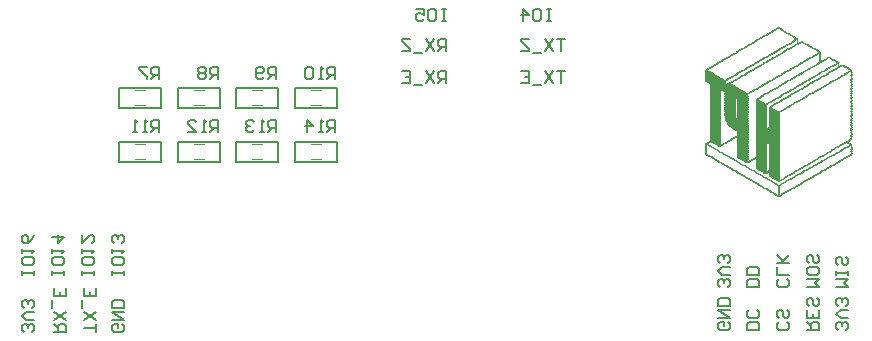
<source format=gbo>
G04 Layer_Color=32896*
%FSTAX24Y24*%
%MOIN*%
G70*
G01*
G75*
%ADD47C,0.0050*%
%ADD49C,0.0040*%
%ADD50C,0.0080*%
%ADD82C,0.0015*%
D47*
X033Y02849D02*
X0344D01*
Y02782D02*
Y02849D01*
X033Y02782D02*
X0344D01*
X033D02*
Y02849D01*
X03105D02*
X03245D01*
Y02782D02*
Y02849D01*
X03105Y02782D02*
X03245D01*
X03105D02*
Y02849D01*
X0291D02*
X0305D01*
Y02782D02*
Y02849D01*
X0291Y02782D02*
X0305D01*
X0291D02*
Y02849D01*
X02715D02*
X02855D01*
Y02782D02*
Y02849D01*
X02715Y02782D02*
X02855D01*
X02715D02*
Y02849D01*
X033Y02961D02*
X0344D01*
X033D02*
Y03028D01*
X0344D01*
Y02961D02*
Y03028D01*
X03105Y02961D02*
X03245D01*
X03105D02*
Y03028D01*
X03245D01*
Y02961D02*
Y03028D01*
X0291Y02961D02*
X0305D01*
X0291D02*
Y03028D01*
X0305D01*
Y02961D02*
Y03028D01*
X02715Y02961D02*
X02855D01*
X02715D02*
Y03028D01*
X02855D01*
Y02961D02*
Y03028D01*
D49*
X03353Y0279D02*
X03387D01*
X03353Y0284D02*
X03387D01*
X03158Y0279D02*
X03192D01*
X03158Y0284D02*
X03192D01*
X02963Y0279D02*
X02997D01*
X02963Y0284D02*
X02997D01*
X02768Y0279D02*
X02802D01*
X02768Y0284D02*
X02802D01*
X03353Y0302D02*
X03387D01*
X03353Y0297D02*
X03387D01*
X03158Y0302D02*
X03192D01*
X03158Y0297D02*
X03192D01*
X02963Y0302D02*
X02997D01*
X02963Y0297D02*
X02997D01*
X02768Y0302D02*
X02802D01*
X02768Y0297D02*
X02802D01*
D50*
X051057Y02364D02*
X051457D01*
X051324Y023773D01*
X051457Y023907D01*
X051057D01*
X051457Y02404D02*
Y024173D01*
Y024107D01*
X051057D01*
Y02404D01*
Y024173D01*
X05139Y02464D02*
X051457Y024573D01*
Y02444D01*
X05139Y024373D01*
X051324D01*
X051257Y02444D01*
Y024573D01*
X051191Y02464D01*
X051124D01*
X051057Y024573D01*
Y02444D01*
X051124Y024373D01*
X05139Y02223D02*
X051457Y022297D01*
Y02243D01*
X05139Y022497D01*
X051324D01*
X051257Y02243D01*
Y022363D01*
Y02243D01*
X051191Y022497D01*
X051124D01*
X051057Y02243D01*
Y022297D01*
X051124Y02223D01*
X051457Y02263D02*
X051191D01*
X051057Y022763D01*
X051191Y022896D01*
X051457D01*
X05139Y02303D02*
X051457Y023096D01*
Y02323D01*
X05139Y023296D01*
X051324D01*
X051257Y02323D01*
Y023163D01*
Y02323D01*
X051191Y023296D01*
X051124D01*
X051057Y02323D01*
Y023096D01*
X051124Y02303D01*
X050067Y02364D02*
X050467D01*
X050334Y023773D01*
X050467Y023907D01*
X050067D01*
X050467Y02424D02*
Y024107D01*
X0504Y02404D01*
X050134D01*
X050067Y024107D01*
Y02424D01*
X050134Y024306D01*
X0504D01*
X050467Y02424D01*
X0504Y024706D02*
X050467Y02464D01*
Y024506D01*
X0504Y02444D01*
X050334D01*
X050267Y024506D01*
Y02464D01*
X050201Y024706D01*
X050134D01*
X050067Y02464D01*
Y024506D01*
X050134Y02444D01*
X050067Y02223D02*
X050467D01*
Y02243D01*
X0504Y022497D01*
X050267D01*
X050201Y02243D01*
Y02223D01*
Y022363D02*
X050067Y022497D01*
X050467Y022896D02*
Y02263D01*
X050067D01*
Y022896D01*
X050267Y02263D02*
Y022763D01*
X0504Y023296D02*
X050467Y02323D01*
Y023096D01*
X0504Y02303D01*
X050334D01*
X050267Y023096D01*
Y02323D01*
X050201Y023296D01*
X050134D01*
X050067Y02323D01*
Y023096D01*
X050134Y02303D01*
X04941Y023907D02*
X049477Y02384D01*
Y023707D01*
X04941Y02364D01*
X049144D01*
X049077Y023707D01*
Y02384D01*
X049144Y023907D01*
X049477Y02404D02*
X049077D01*
Y024306D01*
X049477Y02444D02*
X049077D01*
X049211D01*
X049477Y024706D01*
X049277Y024506D01*
X049077Y024706D01*
X04941Y022497D02*
X049477Y02243D01*
Y022297D01*
X04941Y02223D01*
X049144D01*
X049077Y022297D01*
Y02243D01*
X049144Y022497D01*
X04941Y022896D02*
X049477Y02283D01*
Y022697D01*
X04941Y02263D01*
X049344D01*
X049277Y022697D01*
Y02283D01*
X049211Y022896D01*
X049144D01*
X049077Y02283D01*
Y022697D01*
X049144Y02263D01*
X048487Y02364D02*
X048087D01*
Y02384D01*
X048154Y023907D01*
X04842D01*
X048487Y02384D01*
Y02364D01*
Y02404D02*
X048087D01*
Y02424D01*
X048154Y024306D01*
X04842D01*
X048487Y02424D01*
Y02404D01*
Y02223D02*
X048087D01*
Y02243D01*
X048154Y022497D01*
X04842D01*
X048487Y02243D01*
Y02223D01*
X04842Y022896D02*
X048487Y02283D01*
Y022697D01*
X04842Y02263D01*
X048154D01*
X048087Y022697D01*
Y02283D01*
X048154Y022896D01*
X04743Y02364D02*
X047497Y023707D01*
Y02384D01*
X04743Y023907D01*
X047364D01*
X047297Y02384D01*
Y023773D01*
Y02384D01*
X047231Y023907D01*
X047164D01*
X047097Y02384D01*
Y023707D01*
X047164Y02364D01*
X047497Y02404D02*
X047231D01*
X047097Y024173D01*
X047231Y024306D01*
X047497D01*
X04743Y02444D02*
X047497Y024506D01*
Y02464D01*
X04743Y024706D01*
X047364D01*
X047297Y02464D01*
Y024573D01*
Y02464D01*
X047231Y024706D01*
X047164D01*
X047097Y02464D01*
Y024506D01*
X047164Y02444D01*
X04743Y022497D02*
X047497Y02243D01*
Y022297D01*
X04743Y02223D01*
X047164D01*
X047097Y022297D01*
Y02243D01*
X047164Y022497D01*
X047297D01*
Y022363D01*
X047097Y02263D02*
X047497D01*
X047097Y022896D01*
X047497D01*
Y02303D02*
X047097D01*
Y02323D01*
X047164Y023296D01*
X04743D01*
X047497Y02323D01*
Y02303D01*
X02724Y022427D02*
X027307Y02236D01*
Y022227D01*
X02724Y02216D01*
X026974D01*
X026907Y022227D01*
Y02236D01*
X026974Y022427D01*
X027107D01*
Y022293D01*
X026907Y02256D02*
X027307D01*
X026907Y022826D01*
X027307D01*
Y02296D02*
X026907D01*
Y02316D01*
X026974Y023226D01*
X02724D01*
X027307Y02316D01*
Y02296D01*
Y02404D02*
Y024173D01*
Y024107D01*
X026907D01*
Y02404D01*
Y024173D01*
X027307Y024573D02*
Y02444D01*
X02724Y024373D01*
X026974D01*
X026907Y02444D01*
Y024573D01*
X026974Y02464D01*
X02724D01*
X027307Y024573D01*
X026907Y024773D02*
Y024906D01*
Y02484D01*
X027307D01*
X02724Y024773D01*
Y025106D02*
X027307Y025173D01*
Y025306D01*
X02724Y025373D01*
X027174D01*
X027107Y025306D01*
Y02524D01*
Y025306D01*
X027041Y025373D01*
X026974D01*
X026907Y025306D01*
Y025173D01*
X026974Y025106D01*
X026374Y02216D02*
Y022427D01*
Y022293D01*
X025974D01*
X026374Y02256D02*
X025974Y022826D01*
X026374D02*
X025974Y02256D01*
X025907Y02296D02*
Y023226D01*
X026374Y023626D02*
Y02336D01*
X025974D01*
Y023626D01*
X026174Y02336D02*
Y023493D01*
X026307Y02404D02*
Y024173D01*
Y024107D01*
X025907D01*
Y02404D01*
Y024173D01*
X026307Y024573D02*
Y02444D01*
X02624Y024373D01*
X025974D01*
X025907Y02444D01*
Y024573D01*
X025974Y02464D01*
X02624D01*
X026307Y024573D01*
X025907Y024773D02*
Y024906D01*
Y02484D01*
X026307D01*
X02624Y024773D01*
X025907Y025373D02*
Y025106D01*
X026174Y025373D01*
X02624D01*
X026307Y025306D01*
Y025173D01*
X02624Y025106D01*
X024974Y02216D02*
X025374D01*
Y02236D01*
X025307Y022427D01*
X025174D01*
X025107Y02236D01*
Y02216D01*
Y022293D02*
X024974Y022427D01*
X025374Y02256D02*
X024974Y022826D01*
X025374D02*
X024974Y02256D01*
X024907Y02296D02*
Y023226D01*
X025374Y023626D02*
Y02336D01*
X024974D01*
Y023626D01*
X025174Y02336D02*
Y023493D01*
X025307Y02404D02*
Y024173D01*
Y024107D01*
X024907D01*
Y02404D01*
Y024173D01*
X025307Y024573D02*
Y02444D01*
X02524Y024373D01*
X024974D01*
X024907Y02444D01*
Y024573D01*
X024974Y02464D01*
X02524D01*
X025307Y024573D01*
X024907Y024773D02*
Y024906D01*
Y02484D01*
X025307D01*
X02524Y024773D01*
X024907Y025306D02*
X025307D01*
X025107Y025106D01*
Y025373D01*
X02424Y02216D02*
X024307Y022227D01*
Y02236D01*
X02424Y022427D01*
X024174D01*
X024107Y02236D01*
Y022293D01*
Y02236D01*
X024041Y022427D01*
X023974D01*
X023907Y02236D01*
Y022227D01*
X023974Y02216D01*
X024307Y02256D02*
X024041D01*
X023907Y022693D01*
X024041Y022826D01*
X024307D01*
X02424Y02296D02*
X024307Y023026D01*
Y02316D01*
X02424Y023226D01*
X024174D01*
X024107Y02316D01*
Y023093D01*
Y02316D01*
X024041Y023226D01*
X023974D01*
X023907Y02316D01*
Y023026D01*
X023974Y02296D01*
X024307Y02404D02*
Y024173D01*
Y024107D01*
X023907D01*
Y02404D01*
Y024173D01*
X024307Y024573D02*
Y02444D01*
X02424Y024373D01*
X023974D01*
X023907Y02444D01*
Y024573D01*
X023974Y02464D01*
X02424D01*
X024307Y024573D01*
X023907Y024773D02*
Y024906D01*
Y02484D01*
X024307D01*
X02424Y024773D01*
X024307Y025373D02*
X02424Y02524D01*
X024107Y025106D01*
X023974D01*
X023907Y025173D01*
Y025306D01*
X023974Y025373D01*
X024041D01*
X024107Y025306D01*
Y025106D01*
X042007Y03085D02*
X041741D01*
X041874D01*
Y03045D01*
X041607Y03085D02*
X041341Y03045D01*
Y03085D02*
X041607Y03045D01*
X041207Y030383D02*
X040941D01*
X040541Y03085D02*
X040808D01*
Y03045D01*
X040541D01*
X040808Y03065D02*
X040674D01*
X042007Y031908D02*
X041741D01*
X041874D01*
Y031508D01*
X041607Y031908D02*
X041341Y031508D01*
Y031908D02*
X041607Y031508D01*
X041207Y031442D02*
X040941D01*
X040808Y031908D02*
X040541D01*
Y031842D01*
X040808Y031575D01*
Y031508D01*
X040541D01*
X041541Y0329D02*
X041407D01*
X041474D01*
Y0325D01*
X041541D01*
X041407D01*
X041008Y0329D02*
X041141D01*
X041207Y032833D01*
Y032567D01*
X041141Y0325D01*
X041008D01*
X040941Y032567D01*
Y032833D01*
X041008Y0329D01*
X040608Y0325D02*
Y0329D01*
X040808Y0327D01*
X040541D01*
X038037Y03045D02*
Y03085D01*
X037837D01*
X037771Y030783D01*
Y03065D01*
X037837Y030583D01*
X038037D01*
X037904D02*
X037771Y03045D01*
X037637Y03085D02*
X037371Y03045D01*
Y03085D02*
X037637Y03045D01*
X037238Y030383D02*
X036971D01*
X036571Y03085D02*
X036838D01*
Y03045D01*
X036571D01*
X036838Y03065D02*
X036704D01*
X038037Y031508D02*
Y031908D01*
X037837D01*
X037771Y031842D01*
Y031708D01*
X037837Y031642D01*
X038037D01*
X037904D02*
X037771Y031508D01*
X037637Y031908D02*
X037371Y031508D01*
Y031908D02*
X037637Y031508D01*
X037238Y031442D02*
X036971D01*
X036838Y031908D02*
X036571D01*
Y031842D01*
X036838Y031575D01*
Y031508D01*
X036571D01*
X038037Y0329D02*
X037904D01*
X037971D01*
Y0325D01*
X038037D01*
X037904D01*
X037504Y0329D02*
X037637D01*
X037704Y032833D01*
Y032567D01*
X037637Y0325D01*
X037504D01*
X037437Y032567D01*
Y032833D01*
X037504Y0329D01*
X037038D02*
X037304D01*
Y0327D01*
X037171Y032767D01*
X037104D01*
X037038Y0327D01*
Y032567D01*
X037104Y0325D01*
X037238D01*
X037304Y032567D01*
X03434Y0288D02*
Y0292D01*
X03414D01*
X034073Y029133D01*
Y029D01*
X03414Y028933D01*
X03434D01*
X034207D02*
X034073Y0288D01*
X03394D02*
X033807D01*
X033873D01*
Y0292D01*
X03394Y029133D01*
X033407Y0288D02*
Y0292D01*
X033607Y029D01*
X03334D01*
X03239Y0288D02*
Y0292D01*
X03219D01*
X032123Y029133D01*
Y029D01*
X03219Y028933D01*
X03239D01*
X032257D02*
X032123Y0288D01*
X03199D02*
X031857D01*
X031923D01*
Y0292D01*
X03199Y029133D01*
X031657D02*
X03159Y0292D01*
X031457D01*
X03139Y029133D01*
Y029067D01*
X031457Y029D01*
X031524D01*
X031457D01*
X03139Y028933D01*
Y028867D01*
X031457Y0288D01*
X03159D01*
X031657Y028867D01*
X03044Y0288D02*
Y0292D01*
X03024D01*
X030173Y029133D01*
Y029D01*
X03024Y028933D01*
X03044D01*
X030307D02*
X030173Y0288D01*
X03004D02*
X029907D01*
X029973D01*
Y0292D01*
X03004Y029133D01*
X02944Y0288D02*
X029707D01*
X02944Y029067D01*
Y029133D01*
X029507Y0292D01*
X02964D01*
X029707Y029133D01*
X02849Y0288D02*
Y0292D01*
X02829D01*
X028223Y029133D01*
Y029D01*
X02829Y028933D01*
X02849D01*
X028357D02*
X028223Y0288D01*
X02809D02*
X027957D01*
X028023D01*
Y0292D01*
X02809Y029133D01*
X027757Y0288D02*
X027624D01*
X02769D01*
Y0292D01*
X027757Y029133D01*
X03435Y03058D02*
Y03098D01*
X03415D01*
X034083Y030913D01*
Y03078D01*
X03415Y030713D01*
X03435D01*
X034217D02*
X034083Y03058D01*
X03395D02*
X033817D01*
X033883D01*
Y03098D01*
X03395Y030913D01*
X033617D02*
X03355Y03098D01*
X033417D01*
X03335Y030913D01*
Y030647D01*
X033417Y03058D01*
X03355D01*
X033617Y030647D01*
Y030913D01*
X03239Y03058D02*
Y03098D01*
X03219D01*
X032123Y030913D01*
Y03078D01*
X03219Y030713D01*
X03239D01*
X032257D02*
X032123Y03058D01*
X03199Y030647D02*
X031923Y03058D01*
X03179D01*
X031724Y030647D01*
Y030913D01*
X03179Y03098D01*
X031923D01*
X03199Y030913D01*
Y030847D01*
X031923Y03078D01*
X031724D01*
X03045Y03058D02*
Y03098D01*
X03025D01*
X030183Y030913D01*
Y03078D01*
X03025Y030713D01*
X03045D01*
X030317D02*
X030183Y03058D01*
X03005Y030913D02*
X029983Y03098D01*
X02985D01*
X029784Y030913D01*
Y030847D01*
X02985Y03078D01*
X029784Y030713D01*
Y030647D01*
X02985Y03058D01*
X029983D01*
X03005Y030647D01*
Y030713D01*
X029983Y03078D01*
X03005Y030847D01*
Y030913D01*
X029983Y03078D02*
X02985D01*
X02849Y03058D02*
Y03098D01*
X02829D01*
X028223Y030913D01*
Y03078D01*
X02829Y030713D01*
X02849D01*
X028357D02*
X028223Y03058D01*
X02809Y03098D02*
X027824D01*
Y030913D01*
X02809Y030647D01*
Y03058D01*
D82*
X049102Y02668D02*
X049147D01*
X049087Y026695D02*
X049177D01*
X049027Y02671D02*
X049102D01*
X049117D02*
X049132D01*
X049147D02*
X049207D01*
X049012Y026725D02*
X049072D01*
X049117D02*
X049132D01*
X049177D02*
X049222D01*
X048982Y02674D02*
X049027D01*
X049117D02*
X049132D01*
X049192D02*
X049237D01*
X048997Y026755D02*
X049042D01*
X049102D02*
X049132D01*
X049207D02*
X049252D01*
X048967Y02677D02*
X049012D01*
X049117D02*
X049132D01*
X049222D02*
X049282D01*
X048937Y026785D02*
X048982D01*
X049117D02*
X049132D01*
X049252D02*
X049312D01*
X048907Y0268D02*
X048952D01*
X049117D02*
X049132D01*
X049282D02*
X049327D01*
X048877Y026815D02*
X048937D01*
X049117D02*
X049132D01*
X049312D02*
X049357D01*
X048847Y02683D02*
X048907D01*
X049117D02*
X049132D01*
X049327D02*
X049387D01*
X048832Y026845D02*
X048877D01*
X049117D02*
X049132D01*
X049357D02*
X049402D01*
X048802Y02686D02*
X048847D01*
X049117D02*
X049132D01*
X049387D02*
X049432D01*
X048772Y026875D02*
X048832D01*
X049102D02*
X049132D01*
X049417D02*
X049477D01*
X048742Y02689D02*
X048802D01*
X049117D02*
X049132D01*
X049432D02*
X049447D01*
X049462D02*
X049492D01*
X048727Y026905D02*
X048772D01*
X049117D02*
X049132D01*
X049477D02*
X049537D01*
X048697Y02692D02*
X048742D01*
X049117D02*
X049147D01*
X049507D02*
X049552D01*
X048652Y026935D02*
X048727D01*
X049117D02*
X049132D01*
X049537D02*
X049582D01*
X048637Y02695D02*
X048667D01*
X048682D02*
X048697D01*
X049117D02*
X049132D01*
X049567D02*
X049612D01*
X048607Y026965D02*
X048667D01*
X049117D02*
X049132D01*
X049582D02*
X049642D01*
X048577Y02698D02*
X048622D01*
X049117D02*
X049132D01*
X049612D02*
X049657D01*
X048562Y026995D02*
X048607D01*
X049117D02*
X049132D01*
X049642D02*
X049687D01*
X048532Y02701D02*
X048577D01*
X049117D02*
X049132D01*
X049672D02*
X049717D01*
X048502Y027025D02*
X048547D01*
X049117D02*
X049132D01*
X049687D02*
X049732D01*
X048472Y02704D02*
X048532D01*
X049102D02*
X049147D01*
X049717D02*
X049762D01*
X048457Y027055D02*
X048502D01*
X049087D02*
X049117D01*
X049132D02*
X049162D01*
X049732D02*
X049792D01*
X048427Y02707D02*
X048472D01*
X049042D02*
X049087D01*
X049162D02*
X049192D01*
X049777D02*
X049807D01*
X049822D02*
X049837D01*
X048397Y027085D02*
X048442D01*
X049012D02*
X049042D01*
X049057D02*
X049072D01*
X049177D02*
X049222D01*
X049792D02*
X049867D01*
X048367Y0271D02*
X048427D01*
X048982D02*
X049027D01*
X049207D02*
X049252D01*
X049837D02*
X049882D01*
X048352Y027115D02*
X048397D01*
X048967D02*
X048997D01*
X049252D02*
X049282D01*
X049867D02*
X049912D01*
X048352Y02713D02*
X048397D01*
X048967D02*
X048997D01*
X049237D02*
X049282D01*
X049867D02*
X049912D01*
X048322Y027145D02*
X048367D01*
X048937D02*
X048967D01*
X049267D02*
X049312D01*
X049882D02*
X049927D01*
X048277Y02716D02*
X048337D01*
X048907D02*
X048952D01*
X049297D02*
X049327D01*
X049912D02*
X049957D01*
X048262Y027175D02*
X048322D01*
X048892D02*
X048922D01*
X049327D02*
X049357D01*
X049942D02*
X049987D01*
X048232Y02719D02*
X048277D01*
X048862D02*
X048892D01*
X049102D02*
X049147D01*
X049342D02*
X049387D01*
X049972D02*
X050017D01*
X048202Y027205D02*
X048247D01*
X048832D02*
X048862D01*
X049072D02*
X049162D01*
X049372D02*
X049417D01*
X049987D02*
X050032D01*
X048172Y02722D02*
X048232D01*
X048802D02*
X048847D01*
X049042D02*
X049147D01*
X049162D02*
X049192D01*
X049402D02*
X049447D01*
X050017D02*
X050062D01*
X048157Y027235D02*
X048202D01*
X048772D02*
X048817D01*
X049012D02*
X049132D01*
X049192D02*
X049222D01*
X049432D02*
X049477D01*
X050047D02*
X050092D01*
X048127Y02725D02*
X048172D01*
X048757D02*
X048787D01*
X048982D02*
X049132D01*
X049207D02*
X049252D01*
X049477D02*
X049507D01*
X050077D02*
X050122D01*
X048097Y027265D02*
X048142D01*
X048727D02*
X048757D01*
X048967D02*
X049147D01*
X049237D02*
X049282D01*
X049492D02*
X049537D01*
X050107D02*
X050137D01*
X048082Y02728D02*
X048127D01*
X048697D02*
X048742D01*
X048937D02*
X049132D01*
X049267D02*
X049297D01*
X049522D02*
X049552D01*
X050122D02*
X050167D01*
X048052Y027295D02*
X048097D01*
X048667D02*
X048712D01*
X048922D02*
X049132D01*
X049282D02*
X049312D01*
X049552D02*
X049582D01*
X050152D02*
X050212D01*
X048022Y02731D02*
X048067D01*
X048637D02*
X048667D01*
X048682D02*
X048697D01*
X048892D02*
X049147D01*
X049312D02*
X049342D01*
X049582D02*
X049612D01*
X050182D02*
X050242D01*
X047992Y027325D02*
X048052D01*
X048607D02*
X048637D01*
X048877D02*
X049132D01*
X049327D02*
X049372D01*
X049597D02*
X049642D01*
X050212D02*
X050272D01*
X047977Y02734D02*
X048022D01*
X048577D02*
X048622D01*
X048847D02*
X049147D01*
X049357D02*
X049402D01*
X049627D02*
X049672D01*
X050242D02*
X050287D01*
X047947Y027355D02*
X047992D01*
X048562D02*
X048592D01*
X048817D02*
X049132D01*
X049387D02*
X049417D01*
X049657D02*
X049687D01*
X050272D02*
X050317D01*
X047902Y02737D02*
X047962D01*
X048532D02*
X048562D01*
X048817D02*
X049147D01*
X049417D02*
X049477D01*
X049687D02*
X049717D01*
X050287D02*
X050332D01*
X047872Y027385D02*
X047947D01*
X048502D02*
X048517D01*
X048532D02*
X048547D01*
X048817D02*
X049132D01*
X049432D02*
X049447D01*
X049462D02*
X049492D01*
X049702D02*
X049747D01*
X050317D02*
X050377D01*
X047857Y0274D02*
X047902D01*
X048472D02*
X048517D01*
X048802D02*
X049132D01*
X049477D02*
X049522D01*
X049732D02*
X049777D01*
X050347D02*
X050392D01*
X047827Y027415D02*
X047872D01*
X048472D02*
X048487D01*
X048817D02*
X049132D01*
X049507D02*
X049552D01*
X049762D02*
X049792D01*
X050377D02*
X050422D01*
X047797Y02743D02*
X047842D01*
X048427D02*
X048472D01*
X048817D02*
X049147D01*
X049537D02*
X049567D01*
X049792D02*
X049837D01*
X050392D02*
X050452D01*
X047782Y027445D02*
X047827D01*
X048397D02*
X048427D01*
X048652D02*
X048712D01*
X048802D02*
X049132D01*
X049552D02*
X049597D01*
X049822D02*
X049867D01*
X050422D02*
X050467D01*
X047752Y02746D02*
X047797D01*
X048367D02*
X048412D01*
X048622D02*
X048742D01*
X048817D02*
X049147D01*
X049582D02*
X049627D01*
X049852D02*
X049897D01*
X050452D02*
X050497D01*
X047722Y027475D02*
X047767D01*
X048352D02*
X048382D01*
X048592D02*
X048712D01*
X048727D02*
X048757D01*
X048817D02*
X049132D01*
X049612D02*
X049642D01*
X049882D02*
X049927D01*
X050482D02*
X050527D01*
X047722Y02749D02*
X047767D01*
X048352D02*
X048382D01*
X048592D02*
X048697D01*
X048712D02*
X048772D01*
X048802D02*
X049132D01*
X049612D02*
X049657D01*
X049882D02*
X049912D01*
X050482D02*
X050527D01*
X047707Y027505D02*
X047752D01*
X048292D02*
X048307D01*
X048322D02*
X048352D01*
X048562D02*
X048697D01*
X048742D02*
X048787D01*
X048817D02*
X049147D01*
X049642D02*
X049672D01*
X049897D02*
X049957D01*
X050497D02*
X050542D01*
X047677Y02752D02*
X047722D01*
X048292D02*
X048337D01*
X048547D02*
X048712D01*
X048772D02*
X049132D01*
X049657D02*
X049702D01*
X049942D02*
X049972D01*
X050527D02*
X050587D01*
X047647Y027535D02*
X047692D01*
X048262D02*
X048292D01*
X048517D02*
X048697D01*
X048787D02*
X049132D01*
X049687D02*
X049732D01*
X049957D02*
X050002D01*
X050557D02*
X050617D01*
X047617Y02755D02*
X047677D01*
X048232D02*
X048277D01*
X048487D02*
X048697D01*
X048817D02*
X049147D01*
X049717D02*
X049747D01*
X049987D02*
X050032D01*
X050602D02*
X050647D01*
X047587Y027565D02*
X047647D01*
X048202D02*
X048232D01*
X048457D02*
X048712D01*
X048817D02*
X049132D01*
X049732D02*
X049777D01*
X050017D02*
X050062D01*
X050632D02*
X050662D01*
X047572Y02758D02*
X047617D01*
X048172D02*
X048217D01*
X048442D02*
X048712D01*
X048802D02*
X049147D01*
X049762D02*
X049792D01*
X050047D02*
X050077D01*
X050647D02*
X050707D01*
X047527Y027595D02*
X047587D01*
X048157D02*
X048187D01*
X048412D02*
X048697D01*
X048817D02*
X049132D01*
X049792D02*
X049837D01*
X050077D02*
X050107D01*
X050677D02*
X050722D01*
X047497Y02761D02*
X047542D01*
X047557D02*
X047572D01*
X048112D02*
X048157D01*
X048382D02*
X048697D01*
X048802D02*
X049132D01*
X049807D02*
X049822D01*
X049837D02*
X049867D01*
X050107D02*
X050137D01*
X050707D02*
X050752D01*
X047482Y027625D02*
X047527D01*
X048097D02*
X048112D01*
X048127D02*
X048142D01*
X048382D02*
X048712D01*
X048817D02*
X049147D01*
X049852D02*
X049897D01*
X050122D02*
X050167D01*
X050722D02*
X050782D01*
X047452Y02764D02*
X047497D01*
X048067D02*
X048112D01*
X048382D02*
X048697D01*
X048817D02*
X049132D01*
X049882D02*
X049927D01*
X050152D02*
X050182D01*
X050197D02*
X050212D01*
X050752D02*
X050812D01*
X047422Y027655D02*
X047482D01*
X048037D02*
X048082D01*
X048367D02*
X048697D01*
X048802D02*
X049132D01*
X049912D02*
X049942D01*
X050182D02*
X050227D01*
X050782D02*
X050827D01*
X047407Y02767D02*
X047452D01*
X048022D02*
X048052D01*
X048382D02*
X048712D01*
X048817D02*
X049147D01*
X049942D02*
X049972D01*
X050227D02*
X050257D01*
X050812D02*
X050842D01*
X047377Y027685D02*
X047422D01*
X047992D02*
X048022D01*
X048382D02*
X048697D01*
X048817D02*
X049132D01*
X049957D02*
X050002D01*
X050242D02*
X050287D01*
X050827D02*
X050887D01*
X047347Y0277D02*
X047392D01*
X047962D02*
X048007D01*
X048382D02*
X048712D01*
X048802D02*
X049147D01*
X049987D02*
X050032D01*
X050272D02*
X050317D01*
X050857D02*
X050902D01*
X047317Y027715D02*
X047377D01*
X047932D02*
X047977D01*
X048382D02*
X048697D01*
X048817D02*
X049132D01*
X050017D02*
X050047D01*
X050302D02*
X050332D01*
X050887D02*
X050932D01*
X047302Y02773D02*
X047347D01*
X047902D02*
X047947D01*
X048367D02*
X048697D01*
X048802D02*
X049132D01*
X050032D02*
X050077D01*
X050332D02*
X050362D01*
X050917D02*
X050977D01*
X047272Y027745D02*
X047317D01*
X047872D02*
X047902D01*
X048382D02*
X048712D01*
X048817D02*
X049147D01*
X050062D02*
X050107D01*
X050347D02*
X050392D01*
X050932D02*
X050992D01*
X047242Y02776D02*
X047287D01*
X047842D02*
X047887D01*
X048382D02*
X048697D01*
X048817D02*
X049132D01*
X050092D02*
X050137D01*
X050377D02*
X050422D01*
X050977D02*
X051022D01*
X047212Y027775D02*
X047272D01*
X047812D02*
X047827D01*
X047842D02*
X047857D01*
X048367D02*
X048697D01*
X048817D02*
X049132D01*
X050122D02*
X050152D01*
X050407D02*
X050452D01*
X051007D02*
X051052D01*
X047197Y02779D02*
X047242D01*
X047797D02*
X047842D01*
X048382D02*
X048712D01*
X048802D02*
X049147D01*
X050137D02*
X050182D01*
X050437D02*
X050467D01*
X051037D02*
X051067D01*
X047152Y027805D02*
X047212D01*
X047767D02*
X047797D01*
X048052D02*
X048097D01*
X048382D02*
X048697D01*
X048817D02*
X049132D01*
X050167D02*
X050212D01*
X050452D02*
X050497D01*
X051052D02*
X051112D01*
X047122Y02782D02*
X047182D01*
X047737D02*
X047782D01*
X048022D02*
X048097D01*
X048112D02*
X048127D01*
X048367D02*
X048697D01*
X048817D02*
X049132D01*
X050197D02*
X050242D01*
X050482D02*
X050527D01*
X051082D02*
X051127D01*
X047092Y027835D02*
X047152D01*
X047707D02*
X047752D01*
X047992D02*
X048157D01*
X048382D02*
X048712D01*
X048817D02*
X049132D01*
X050227D02*
X050272D01*
X050512D02*
X050542D01*
X051112D02*
X051142D01*
X047107Y02785D02*
X047152D01*
X047722D02*
X047752D01*
X047992D02*
X048082D01*
X048112D02*
X048142D01*
X048382D02*
X048697D01*
X048817D02*
X049147D01*
X050242D02*
X050272D01*
X050512D02*
X050557D01*
X051112D02*
X051157D01*
X047077Y027865D02*
X047122D01*
X047692D02*
X047722D01*
X047962D02*
X048097D01*
X048127D02*
X048187D01*
X048382D02*
X048697D01*
X048802D02*
X049132D01*
X050257D02*
X050302D01*
X050542D02*
X050587D01*
X051127D02*
X051187D01*
X047047Y02788D02*
X047092D01*
X047662D02*
X047692D01*
X047917D02*
X047932D01*
X047947D02*
X048082D01*
X048157D02*
X048217D01*
X048382D02*
X048712D01*
X048817D02*
X049147D01*
X050287D02*
X050317D01*
X050557D02*
X050572D01*
X050587D02*
X050602D01*
X051157D02*
X051202D01*
X047017Y027895D02*
X047077D01*
X047632D02*
X047677D01*
X047902D02*
X048082D01*
X048187D02*
X048232D01*
X048367D02*
X048697D01*
X048817D02*
X049132D01*
X050302D02*
X050347D01*
X050602D02*
X050647D01*
X051187D02*
X051232D01*
X047002Y02791D02*
X047047D01*
X047617D02*
X047647D01*
X047872D02*
X048097D01*
X048217D02*
X048262D01*
X048382D02*
X048712D01*
X048802D02*
X049132D01*
X050347D02*
X050377D01*
X050632D02*
X050677D01*
X051217D02*
X051262D01*
X046972Y027925D02*
X047017D01*
X047587D02*
X047617D01*
X047842D02*
X048082D01*
X048232D02*
X048292D01*
X048382D02*
X048697D01*
X048817D02*
X049147D01*
X050362D02*
X050407D01*
X050662D02*
X050707D01*
X051232D02*
X051277D01*
X046942Y02794D02*
X046987D01*
X047542D02*
X047602D01*
X047812D02*
X048097D01*
X048262D02*
X048337D01*
X048382D02*
X048712D01*
X048817D02*
X049132D01*
X050392D02*
X050422D01*
X050692D02*
X050722D01*
X051262D02*
X051307D01*
X046912Y027955D02*
X046972D01*
X047512D02*
X047542D01*
X047557D02*
X047572D01*
X047782D02*
X048082D01*
X048292D02*
X048367D01*
X048382D02*
X048697D01*
X048817D02*
X049132D01*
X050422D02*
X050452D01*
X050722D02*
X050752D01*
X051292D02*
X051352D01*
X046897Y02797D02*
X046942D01*
X047497D02*
X047527D01*
X047767D02*
X048097D01*
X048337D02*
X048697D01*
X048802D02*
X049147D01*
X050437D02*
X050482D01*
X050737D02*
X050782D01*
X051322D02*
X051367D01*
X046867Y027985D02*
X046912D01*
X047467D02*
X047497D01*
X047737D02*
X048082D01*
X048367D02*
X048712D01*
X048817D02*
X049132D01*
X050467D02*
X050497D01*
X050767D02*
X050797D01*
X051352D02*
X051412D01*
X046837Y028D02*
X046897D01*
X047422D02*
X047437D01*
X047452D02*
X047482D01*
X047752D02*
X048082D01*
X048382D02*
X048697D01*
X048802D02*
X049147D01*
X050482D02*
X050527D01*
X050797D02*
X050827D01*
X051382D02*
X051442D01*
X046807Y028015D02*
X046867D01*
X047422D02*
X047452D01*
X047737D02*
X048082D01*
X048382D02*
X048697D01*
X048817D02*
X049132D01*
X050527D02*
X050557D01*
X050827D02*
X050857D01*
X051412D02*
X051457D01*
X046777Y02803D02*
X046837D01*
X047392D02*
X047422D01*
X047752D02*
X048097D01*
X048367D02*
X048712D01*
X048817D02*
X049132D01*
X050542D02*
X050602D01*
X050857D02*
X050887D01*
X051442D02*
X051472D01*
X046747Y028045D02*
X046807D01*
X047362D02*
X047392D01*
X047752D02*
X048082D01*
X048382D02*
X048697D01*
X048802D02*
X049147D01*
X050587D02*
X050617D01*
X050872D02*
X050917D01*
X051457D02*
X051502D01*
X046717Y02806D02*
X046777D01*
X047332D02*
X047377D01*
X047752D02*
X048082D01*
X048367D02*
X048712D01*
X048817D02*
X049132D01*
X050602D02*
X050647D01*
X050902D02*
X050932D01*
X050947D02*
X050962D01*
X051487D02*
X051547D01*
X046687Y028075D02*
X046747D01*
X047317D02*
X047347D01*
X047752D02*
X048082D01*
X048382D02*
X048697D01*
X048802D02*
X049132D01*
X050647D02*
X050677D01*
X050932D02*
X050977D01*
X051517D02*
X051547D01*
X046687Y02809D02*
X046717D01*
X047287D02*
X047317D01*
X047737D02*
X048097D01*
X048367D02*
X048712D01*
X048817D02*
X049147D01*
X050662D02*
X050707D01*
X050977D02*
X051007D01*
X051532D02*
X051547D01*
X046687Y028105D02*
X046702D01*
X047257D02*
X047287D01*
X047752D02*
X048082D01*
X048382D02*
X048697D01*
X048817D02*
X049132D01*
X050692D02*
X050737D01*
X051007D02*
X051037D01*
X051532D02*
X051562D01*
X046672Y02812D02*
X046702D01*
X047227D02*
X047272D01*
X047752D02*
X048082D01*
X048382D02*
X048697D01*
X048802D02*
X049147D01*
X050722D02*
X050752D01*
X051022D02*
X051067D01*
X051532D02*
X051547D01*
X046687Y028135D02*
X046702D01*
X047197D02*
X047242D01*
X047737D02*
X048097D01*
X048382D02*
X048697D01*
X048817D02*
X049132D01*
X050737D02*
X050782D01*
X051052D02*
X051082D01*
X051532D02*
X051547D01*
X046687Y02815D02*
X046702D01*
X047182D02*
X047212D01*
X047752D02*
X048082D01*
X048367D02*
X048712D01*
X048817D02*
X049132D01*
X050767D02*
X050812D01*
X051082D02*
X051112D01*
X051532D02*
X051547D01*
X046687Y028165D02*
X046702D01*
X047137D02*
X047182D01*
X047752D02*
X048082D01*
X048382D02*
X048697D01*
X048802D02*
X049147D01*
X050797D02*
X050827D01*
X051097D02*
X051142D01*
X051532D02*
X051547D01*
X046672Y02818D02*
X046702D01*
X047107D02*
X047152D01*
X047737D02*
X048097D01*
X048382D02*
X048697D01*
X048817D02*
X049132D01*
X050812D02*
X050857D01*
X051127D02*
X051172D01*
X051532D02*
X051562D01*
X046687Y028195D02*
X046717D01*
X047092D02*
X047122D01*
X047752D02*
X048082D01*
X048382D02*
X048712D01*
X048817D02*
X049132D01*
X050842D02*
X050887D01*
X051157D02*
X051202D01*
X051517D02*
X051547D01*
X046687Y02821D02*
X046702D01*
X047062D02*
X047107D01*
X047752D02*
X048097D01*
X048367D02*
X048697D01*
X048802D02*
X049147D01*
X050872D02*
X050917D01*
X051187D02*
X051217D01*
X051532D02*
X051547D01*
X046687Y028225D02*
X046702D01*
X047062D02*
X047077D01*
X047737D02*
X048082D01*
X048382D02*
X048697D01*
X048817D02*
X049132D01*
X050872D02*
X050902D01*
X051187D02*
X051232D01*
X051532D02*
X051547D01*
X046687Y02824D02*
X046702D01*
X047032D02*
X047077D01*
X047752D02*
X048082D01*
X048382D02*
X048712D01*
X048802D02*
X049132D01*
X050887D02*
X050917D01*
X050932D02*
X050947D01*
X051217D02*
X051247D01*
X051532D02*
X051547D01*
X046672Y028255D02*
X046702D01*
X047002D02*
X047047D01*
X047752D02*
X048082D01*
X048382D02*
X048697D01*
X048817D02*
X049147D01*
X050917D02*
X050977D01*
X051232D02*
X051277D01*
X051517D02*
X051562D01*
X046687Y02827D02*
X046717D01*
X046987D02*
X047017D01*
X047752D02*
X048097D01*
X048367D02*
X048712D01*
X048802D02*
X049132D01*
X050962D02*
X050992D01*
X051277D02*
X051307D01*
X051532D02*
X051547D01*
X046687Y028285D02*
X046702D01*
X046957D02*
X046987D01*
X047737D02*
X048082D01*
X048382D02*
X048697D01*
X048817D02*
X049132D01*
X050977D02*
X051022D01*
X051292D02*
X051322D01*
X051337D02*
X051352D01*
X051532D02*
X051562D01*
X046687Y0283D02*
X046702D01*
X046927D02*
X046957D01*
X047752D02*
X048082D01*
X048382D02*
X048697D01*
X048817D02*
X049147D01*
X051007D02*
X051037D01*
X051322D02*
X051367D01*
X051532D02*
X051547D01*
X046687Y028315D02*
X046702D01*
X046897D02*
X046942D01*
X047752D02*
X048097D01*
X048382D02*
X048697D01*
X048817D02*
X049132D01*
X051037D02*
X051082D01*
X051367D02*
X051397D01*
X051532D02*
X051547D01*
X046672Y02833D02*
X046702D01*
X046882D02*
X046912D01*
X047737D02*
X048082D01*
X048367D02*
X048712D01*
X048802D02*
X049147D01*
X051067D02*
X051097D01*
X051382D02*
X051427D01*
X051532D02*
X051562D01*
X046687Y028345D02*
X046717D01*
X046852D02*
X046882D01*
X047752D02*
X048097D01*
X048382D02*
X048697D01*
X048817D02*
X049132D01*
X051082D02*
X051127D01*
X051412D02*
X051457D01*
X051532D02*
X051547D01*
X046687Y02836D02*
X046702D01*
X046822D02*
X046852D01*
X047107D02*
X047182D01*
X047752D02*
X048082D01*
X048382D02*
X048697D01*
X048817D02*
X049132D01*
X051112D02*
X051157D01*
X051442D02*
X051472D01*
X051532D02*
X051547D01*
X046687Y028375D02*
X046702D01*
X046777D02*
X046792D01*
X046807D02*
X046837D01*
X047092D02*
X047212D01*
X047752D02*
X048082D01*
X048382D02*
X048697D01*
X048817D02*
X049132D01*
X051142D02*
X051187D01*
X051472D02*
X051502D01*
X051532D02*
X051547D01*
X046687Y02839D02*
X046717D01*
X046762D02*
X046807D01*
X047062D02*
X047152D01*
X047182D02*
X047242D01*
X047752D02*
X048097D01*
X048367D02*
X048712D01*
X048802D02*
X049147D01*
X051172D02*
X051202D01*
X051487D02*
X051547D01*
X046687Y028405D02*
X046702D01*
X046732D02*
X046762D01*
X047047D02*
X047167D01*
X047212D02*
X047272D01*
X047737D02*
X048082D01*
X048382D02*
X048697D01*
X048817D02*
X049132D01*
X051187D02*
X051232D01*
X051517D02*
X051547D01*
X046687Y02842D02*
X046747D01*
X047002D02*
X047152D01*
X047242D02*
X047287D01*
X047752D02*
X048082D01*
X048382D02*
X048697D01*
X048802D02*
X049132D01*
X051217D02*
X051262D01*
X051487D02*
X051532D01*
X046687Y028435D02*
X046717D01*
X046987D02*
X047167D01*
X047272D02*
X047317D01*
X047752D02*
X048082D01*
X048382D02*
X048712D01*
X048802D02*
X049147D01*
X051247D02*
X051292D01*
X051472D02*
X051517D01*
X046687Y02845D02*
X046732D01*
X046957D02*
X047152D01*
X047167D02*
X047182D01*
X047287D02*
X047347D01*
X047737D02*
X048097D01*
X048367D02*
X048697D01*
X048772D02*
X049132D01*
X051277D02*
X051307D01*
X051442D02*
X051487D01*
X046717Y028465D02*
X046777D01*
X046942D02*
X047152D01*
X047317D02*
X047377D01*
X047752D02*
X048082D01*
X048382D02*
X048697D01*
X048742D02*
X049132D01*
X051292D02*
X051337D01*
X051412D02*
X051457D01*
X046747Y02848D02*
X046807D01*
X046912D02*
X047167D01*
X047347D02*
X047392D01*
X047737D02*
X048097D01*
X048382D02*
X049147D01*
X051322D02*
X051382D01*
X051397D02*
X051442D01*
X046777Y028495D02*
X046837D01*
X046882D02*
X047152D01*
X047167D02*
X047182D01*
X047377D02*
X047422D01*
X047752D02*
X048082D01*
X048382D02*
X049132D01*
X051367D02*
X051412D01*
X046807Y02851D02*
X047152D01*
X047392D02*
X047452D01*
X047752D02*
X048097D01*
X048367D02*
X049147D01*
X051382D02*
X051442D01*
X046837Y028525D02*
X047167D01*
X047422D02*
X047482D01*
X047752D02*
X048082D01*
X048382D02*
X049132D01*
X051412D02*
X051472D01*
X046837Y02854D02*
X047167D01*
X047452D02*
X047497D01*
X047752D02*
X048082D01*
X048367D02*
X049132D01*
X051442D02*
X051487D01*
X046852Y028555D02*
X047152D01*
X047167D02*
X047182D01*
X047482D02*
X047527D01*
X047737D02*
X048082D01*
X048382D02*
X049132D01*
X051457D02*
X051517D01*
X046852Y02857D02*
X047152D01*
X047512D02*
X047572D01*
X047752D02*
X048097D01*
X048382D02*
X049147D01*
X051487D02*
X051532D01*
X046837Y028585D02*
X047167D01*
X047497D02*
X047572D01*
X047752D02*
X048082D01*
X048367D02*
X049132D01*
X051487D02*
X051547D01*
X046852Y0286D02*
X047152D01*
X047167D02*
X047182D01*
X047527D02*
X047602D01*
X047737D02*
X048097D01*
X048382D02*
X049147D01*
X051517D02*
X051547D01*
X046852Y028615D02*
X047152D01*
X047572D02*
X047617D01*
X047752D02*
X048082D01*
X048382D02*
X049132D01*
X051532D02*
X051547D01*
X046837Y02863D02*
X047167D01*
X047602D02*
X047647D01*
X047752D02*
X048082D01*
X048367D02*
X049132D01*
X051517D02*
X051547D01*
X046852Y028645D02*
X047152D01*
X047167D02*
X047182D01*
X047617D02*
X047677D01*
X047752D02*
X048097D01*
X048382D02*
X049147D01*
X051532D02*
X051547D01*
X046852Y02866D02*
X047152D01*
X047647D02*
X047707D01*
X047752D02*
X048082D01*
X048382D02*
X049132D01*
X051532D02*
X051547D01*
X046852Y028675D02*
X047167D01*
X047677D02*
X047737D01*
X047752D02*
X048082D01*
X048367D02*
X049132D01*
X051532D02*
X051562D01*
X046837Y02869D02*
X047152D01*
X047167D02*
X047182D01*
X047707D02*
X048097D01*
X048382D02*
X049147D01*
X051517D02*
X051547D01*
X046852Y028705D02*
X047152D01*
X047737D02*
X048082D01*
X048382D02*
X049132D01*
X051532D02*
X051547D01*
X046852Y02872D02*
X047167D01*
X047737D02*
X048097D01*
X048367D02*
X049132D01*
X051517D02*
X051547D01*
X046837Y028735D02*
X047152D01*
X047752D02*
X048082D01*
X048382D02*
X049147D01*
X051532D02*
X051562D01*
X046852Y02875D02*
X047167D01*
X047737D02*
X048082D01*
X048382D02*
X049132D01*
X051532D02*
X051547D01*
X046837Y028765D02*
X047152D01*
X047167D02*
X047182D01*
X047752D02*
X048097D01*
X048367D02*
X049132D01*
X051532D02*
X051547D01*
X046852Y02878D02*
X047152D01*
X047167D02*
X047182D01*
X047752D02*
X048082D01*
X048382D02*
X049147D01*
X051532D02*
X051547D01*
X046852Y028795D02*
X047152D01*
X047737D02*
X048082D01*
X048382D02*
X049132D01*
X051532D02*
X051562D01*
X046837Y02881D02*
X047167D01*
X047752D02*
X048097D01*
X048367D02*
X049132D01*
X051517D02*
X051547D01*
X046852Y028825D02*
X047167D01*
X047752D02*
X048082D01*
X048382D02*
X049147D01*
X051532D02*
X051547D01*
X046852Y02884D02*
X047152D01*
X047737D02*
X048082D01*
X048382D02*
X048802D01*
X048817D02*
X049132D01*
X051532D02*
X051547D01*
X046852Y028855D02*
X047167D01*
X047737D02*
X048097D01*
X048367D02*
X048772D01*
X048817D02*
X049132D01*
X051532D02*
X051547D01*
X046837Y02887D02*
X047152D01*
X047167D02*
X047182D01*
X047707D02*
X048082D01*
X048382D02*
X048742D01*
X048802D02*
X049147D01*
X051517D02*
X051547D01*
X046852Y028885D02*
X047152D01*
X047662D02*
X048097D01*
X048367D02*
X048712D01*
X048817D02*
X049132D01*
X051532D02*
X051547D01*
X046852Y0289D02*
X047167D01*
X047632D02*
X048097D01*
X048382D02*
X048727D01*
X048817D02*
X049132D01*
X051517D02*
X051562D01*
X046837Y028915D02*
X047152D01*
X047167D02*
X047182D01*
X047617D02*
X048082D01*
X048382D02*
X048697D01*
X048712D02*
X048742D01*
X048802D02*
X049132D01*
X051532D02*
X051547D01*
X046852Y02893D02*
X047152D01*
X047602D02*
X048082D01*
X048367D02*
X048712D01*
X048742D02*
X048772D01*
X048817D02*
X049147D01*
X051532D02*
X051547D01*
X046852Y028945D02*
X047167D01*
X047587D02*
X048097D01*
X048382D02*
X048697D01*
X048742D02*
X048772D01*
X048817D02*
X049132D01*
X051532D02*
X051547D01*
X046852Y02896D02*
X047152D01*
X047587D02*
X048082D01*
X048367D02*
X048712D01*
X048757D02*
X048802D01*
X048817D02*
X049147D01*
X051517D02*
X051547D01*
X046837Y028975D02*
X047182D01*
X047542D02*
X048082D01*
X048382D02*
X048697D01*
X048787D02*
X049132D01*
X051532D02*
X051562D01*
X046852Y02899D02*
X047152D01*
X047542D02*
X048097D01*
X048382D02*
X048697D01*
X048802D02*
X049132D01*
X051532D02*
X051547D01*
X046852Y029005D02*
X047167D01*
X047512D02*
X048082D01*
X048367D02*
X048712D01*
X048817D02*
X049132D01*
X051532D02*
X051547D01*
X046852Y02902D02*
X047152D01*
X047482D02*
X048097D01*
X048367D02*
X048697D01*
X048802D02*
X049147D01*
X051532D02*
X051547D01*
X046852Y029035D02*
X047152D01*
X047167D02*
X047182D01*
X047482D02*
X048082D01*
X048382D02*
X048712D01*
X048817D02*
X049132D01*
X051517D02*
X051562D01*
X046837Y02905D02*
X047167D01*
X047467D02*
X048082D01*
X048382D02*
X048697D01*
X048817D02*
X049147D01*
X051532D02*
X051547D01*
X046852Y029065D02*
X047152D01*
X047167D02*
X047182D01*
X047452D02*
X048097D01*
X048367D02*
X048697D01*
X048802D02*
X049132D01*
X051532D02*
X051547D01*
X046852Y02908D02*
X047152D01*
X047437D02*
X048082D01*
X048382D02*
X048697D01*
X048817D02*
X049132D01*
X051532D02*
X051547D01*
X046837Y029095D02*
X047167D01*
X047422D02*
X048082D01*
X048382D02*
X048712D01*
X048802D02*
X049132D01*
X051517D02*
X051547D01*
X046852Y02911D02*
X047152D01*
X047167D02*
X047182D01*
X047422D02*
X048097D01*
X048367D02*
X048697D01*
X048817D02*
X049147D01*
X051532D02*
X051562D01*
X046852Y029125D02*
X047152D01*
X047407D02*
X048082D01*
X048382D02*
X048712D01*
X048817D02*
X049132D01*
X051532D02*
X051547D01*
X046852Y02914D02*
X047167D01*
X047407D02*
X048082D01*
X048382D02*
X048697D01*
X048802D02*
X049147D01*
X051532D02*
X051547D01*
X046837Y029155D02*
X047152D01*
X047392D02*
X048082D01*
X048382D02*
X048697D01*
X048817D02*
X049132D01*
X051517D02*
X051547D01*
X046852Y02917D02*
X047167D01*
X047392D02*
X048097D01*
X048367D02*
X048712D01*
X048802D02*
X049132D01*
X051532D02*
X051547D01*
X046852Y029185D02*
X047152D01*
X047167D02*
X047182D01*
X047377D02*
X048082D01*
X048382D02*
X048697D01*
X048817D02*
X049147D01*
X051532D02*
X051547D01*
X046837Y0292D02*
X047152D01*
X047362D02*
X048097D01*
X048367D02*
X048697D01*
X048817D02*
X049132D01*
X051517D02*
X051547D01*
X046852Y029215D02*
X047182D01*
X047362D02*
X048082D01*
X048382D02*
X048697D01*
X048817D02*
X049132D01*
X051532D02*
X051562D01*
X046852Y02923D02*
X047152D01*
X047347D02*
X048097D01*
X048367D02*
X048712D01*
X048802D02*
X049147D01*
X051532D02*
X051547D01*
X046837Y029245D02*
X047167D01*
X047362D02*
X048082D01*
X048382D02*
X048697D01*
X048817D02*
X049132D01*
X051532D02*
X051547D01*
X046852Y02926D02*
X047152D01*
X047347D02*
X047737D01*
X047752D02*
X048082D01*
X048367D02*
X048697D01*
X048817D02*
X049132D01*
X051517D02*
X051547D01*
X046852Y029275D02*
X047167D01*
X047347D02*
X047707D01*
X047752D02*
X048082D01*
X048382D02*
X048697D01*
X048802D02*
X049147D01*
X051532D02*
X051547D01*
X046837Y02929D02*
X047152D01*
X047167D02*
X047182D01*
X047347D02*
X047677D01*
X047737D02*
X048097D01*
X048382D02*
X048712D01*
X048817D02*
X049132D01*
X051532D02*
X051562D01*
X046852Y029305D02*
X047152D01*
X047347D02*
X047677D01*
X047752D02*
X048082D01*
X048367D02*
X048697D01*
X048817D02*
X049132D01*
X051532D02*
X051547D01*
X046852Y02932D02*
X047167D01*
X047347D02*
X047677D01*
X047752D02*
X048082D01*
X048382D02*
X048712D01*
X048817D02*
X049132D01*
X051532D02*
X051547D01*
X046852Y029335D02*
X047152D01*
X047167D02*
X047182D01*
X047332D02*
X047662D01*
X047737D02*
X048082D01*
X048382D02*
X048697D01*
X048817D02*
X049147D01*
X051517D02*
X051547D01*
X046837Y02935D02*
X047152D01*
X047332D02*
X047662D01*
X047752D02*
X048097D01*
X048367D02*
X048697D01*
X048802D02*
X049132D01*
X051532D02*
X051547D01*
X046852Y029365D02*
X047167D01*
X047332D02*
X047662D01*
X047752D02*
X048082D01*
X048382D02*
X048712D01*
X048817D02*
X049132D01*
X051532D02*
X051547D01*
X046852Y02938D02*
X047152D01*
X047317D02*
X047662D01*
X047752D02*
X048082D01*
X048382D02*
X048697D01*
X048802D02*
X049132D01*
X051532D02*
X051562D01*
X046852Y029395D02*
X047167D01*
X047332D02*
X047647D01*
X047737D02*
X048082D01*
X048382D02*
X048712D01*
X048817D02*
X049147D01*
X051517D02*
X051547D01*
X046837Y02941D02*
X047152D01*
X047167D02*
X047182D01*
X047317D02*
X047662D01*
X047752D02*
X048097D01*
X048367D02*
X048697D01*
X048817D02*
X049132D01*
X051532D02*
X051547D01*
X046852Y029425D02*
X047152D01*
X047332D02*
X047647D01*
X047752D02*
X048082D01*
X048382D02*
X048697D01*
X048802D02*
X049132D01*
X051532D02*
X051562D01*
X046852Y02944D02*
X047167D01*
X047332D02*
X047662D01*
X047737D02*
X048082D01*
X048367D02*
X048712D01*
X048817D02*
X049147D01*
X051532D02*
X051547D01*
X046852Y029455D02*
X047152D01*
X047167D02*
X047182D01*
X047317D02*
X047647D01*
X047752D02*
X048082D01*
X048382D02*
X048697D01*
X048817D02*
X049132D01*
X051532D02*
X051562D01*
X046852Y02947D02*
X047152D01*
X047332D02*
X047662D01*
X047752D02*
X048097D01*
X048382D02*
X048697D01*
X048802D02*
X049132D01*
X051532D02*
X051547D01*
X046837Y029485D02*
X047167D01*
X047332D02*
X047647D01*
X047737D02*
X048082D01*
X048367D02*
X048712D01*
X048817D02*
X049147D01*
X051532D02*
X051547D01*
X046852Y0295D02*
X047152D01*
X047317D02*
X047662D01*
X047752D02*
X048082D01*
X048382D02*
X048697D01*
X048817D02*
X049162D01*
X051517D02*
X051547D01*
X046837Y029515D02*
X047167D01*
X047332D02*
X047647D01*
X047737D02*
X048097D01*
X048382D02*
X048697D01*
X048802D02*
X049102D01*
X049162D02*
X049192D01*
X051532D02*
X051547D01*
X046852Y02953D02*
X047152D01*
X047167D02*
X047182D01*
X047332D02*
X047662D01*
X047752D02*
X048082D01*
X048382D02*
X048712D01*
X048817D02*
X049072D01*
X049192D02*
X049222D01*
X051532D02*
X051562D01*
X046852Y029545D02*
X047152D01*
X047317D02*
X047647D01*
X047752D02*
X048082D01*
X048367D02*
X048697D01*
X048817D02*
X049027D01*
X049207D02*
X049252D01*
X051532D02*
X051547D01*
X046852Y02956D02*
X047167D01*
X047332D02*
X047662D01*
X047737D02*
X048082D01*
X048382D02*
X048697D01*
X048817D02*
X049012D01*
X049237D02*
X049282D01*
X051532D02*
X051547D01*
X046852Y029575D02*
X047152D01*
X047317D02*
X047647D01*
X047752D02*
X048082D01*
X048382D02*
X048712D01*
X048802D02*
X048982D01*
X049267D02*
X049297D01*
X051532D02*
X051547D01*
X046837Y02959D02*
X047167D01*
X047332D02*
X047662D01*
X047752D02*
X048097D01*
X048367D02*
X048697D01*
X048817D02*
X048967D01*
X049297D02*
X049327D01*
X051532D02*
X051562D01*
X046852Y029605D02*
X047152D01*
X047167D02*
X047182D01*
X047332D02*
X047647D01*
X047737D02*
X048082D01*
X048382D02*
X048697D01*
X048817D02*
X048922D01*
X049312D02*
X049357D01*
X051517D02*
X051547D01*
X046852Y02962D02*
X047152D01*
X047317D02*
X047662D01*
X047752D02*
X048082D01*
X048382D02*
X048697D01*
X048802D02*
X048907D01*
X049342D02*
X049387D01*
X051532D02*
X051562D01*
X046852Y029635D02*
X047152D01*
X047167D02*
X047182D01*
X047332D02*
X047647D01*
X047752D02*
X048097D01*
X048367D02*
X048697D01*
X048817D02*
X048877D01*
X049372D02*
X049402D01*
X051532D02*
X051547D01*
X046837Y02965D02*
X047167D01*
X047317D02*
X047662D01*
X047737D02*
X048082D01*
X048382D02*
X048712D01*
X048817D02*
X048847D01*
X049387D02*
X049432D01*
X051532D02*
X051547D01*
X046852Y029665D02*
X047152D01*
X047167D02*
X047182D01*
X047332D02*
X047647D01*
X047752D02*
X048082D01*
X048382D02*
X048697D01*
X048832D02*
X048877D01*
X049417D02*
X049462D01*
X051532D02*
X051547D01*
X046852Y02968D02*
X047152D01*
X047332D02*
X047647D01*
X047752D02*
X048082D01*
X048382D02*
X048712D01*
X048832D02*
X048862D01*
X049417D02*
X049477D01*
X051532D02*
X051562D01*
X046837Y029695D02*
X047167D01*
X047332D02*
X047662D01*
X047752D02*
X048097D01*
X048382D02*
X048697D01*
X048847D02*
X048892D01*
X049462D02*
X049492D01*
X051517D02*
X051547D01*
X046852Y02971D02*
X047152D01*
X047167D02*
X047182D01*
X047317D02*
X047647D01*
X047737D02*
X048082D01*
X048367D02*
X048697D01*
X048877D02*
X048922D01*
X049477D02*
X049522D01*
X051532D02*
X051547D01*
X046852Y029725D02*
X047152D01*
X047332D02*
X047662D01*
X047752D02*
X048082D01*
X048382D02*
X048697D01*
X048907D02*
X048952D01*
X049507D02*
X049552D01*
X051532D02*
X051562D01*
X046852Y02974D02*
X047167D01*
X047332D02*
X047647D01*
X047752D02*
X048082D01*
X048382D02*
X048712D01*
X048937D02*
X048982D01*
X049537D02*
X049582D01*
X051532D02*
X051547D01*
X046837Y029755D02*
X047152D01*
X047332D02*
X047662D01*
X047737D02*
X048097D01*
X048367D02*
X048742D01*
X048952D02*
X048997D01*
X049567D02*
X049597D01*
X051532D02*
X051547D01*
X046852Y02977D02*
X047167D01*
X047317D02*
X047647D01*
X047752D02*
X048082D01*
X048382D02*
X048652D01*
X048712D02*
X048772D01*
X048982D02*
X049027D01*
X049597D02*
X049627D01*
X051532D02*
X051562D01*
X046852Y029785D02*
X047152D01*
X047167D02*
X047182D01*
X047332D02*
X047662D01*
X047737D02*
X048082D01*
X048382D02*
X048622D01*
X048742D02*
X048787D01*
X048997D02*
X049072D01*
X049612D02*
X049657D01*
X051532D02*
X051547D01*
X046852Y0298D02*
X047152D01*
X047332D02*
X047662D01*
X047752D02*
X048082D01*
X048382D02*
X048607D01*
X048772D02*
X048817D01*
X049027D02*
X049102D01*
X049642D02*
X049687D01*
X051532D02*
X051547D01*
X046837Y029815D02*
X047167D01*
X047332D02*
X047647D01*
X047752D02*
X048097D01*
X048367D02*
X048577D01*
X048787D02*
X048847D01*
X049072D02*
X049132D01*
X049672D02*
X049702D01*
X051517D02*
X051547D01*
X046852Y02983D02*
X047152D01*
X047167D02*
X047182D01*
X047317D02*
X047647D01*
X047737D02*
X048082D01*
X048382D02*
X048562D01*
X048817D02*
X048877D01*
X049102D02*
X049147D01*
X049702D02*
X049732D01*
X051532D02*
X051547D01*
X046852Y029845D02*
X047152D01*
X047332D02*
X047662D01*
X047752D02*
X048082D01*
X048382D02*
X048532D01*
X048847D02*
X048892D01*
X049132D02*
X049177D01*
X049717D02*
X049762D01*
X051532D02*
X051547D01*
X046852Y02986D02*
X047167D01*
X047332D02*
X047647D01*
X047737D02*
X048082D01*
X048382D02*
X048502D01*
X048877D02*
X048907D01*
X049162D02*
X049207D01*
X049747D02*
X049792D01*
X051517D02*
X051547D01*
X046852Y029875D02*
X047152D01*
X047167D02*
X047182D01*
X047332D02*
X047647D01*
X047752D02*
X048097D01*
X048382D02*
X048487D01*
X048892D02*
X048952D01*
X049177D02*
X049222D01*
X049777D02*
X049822D01*
X051532D02*
X051547D01*
X046837Y02989D02*
X047152D01*
X047317D02*
X047662D01*
X047737D02*
X048082D01*
X048367D02*
X048457D01*
X048922D02*
X048967D01*
X049207D02*
X049252D01*
X049807D02*
X049852D01*
X051532D02*
X051562D01*
X046852Y029905D02*
X047167D01*
X047332D02*
X047647D01*
X047752D02*
X048082D01*
X048382D02*
X048442D01*
X048952D02*
X048982D01*
X049222D02*
X049267D01*
X049837D02*
X049882D01*
X051532D02*
X051547D01*
X046852Y02992D02*
X047152D01*
X047317D02*
X047662D01*
X047737D02*
X048097D01*
X048382D02*
X048412D01*
X048967D02*
X049012D01*
X049252D02*
X049297D01*
X049867D02*
X049912D01*
X051532D02*
X051547D01*
X046837Y029935D02*
X047167D01*
X047332D02*
X047647D01*
X047707D02*
X048082D01*
X048397D02*
X048442D01*
X048997D02*
X049042D01*
X049057D02*
X049072D01*
X049282D02*
X049327D01*
X049897D02*
X049927D01*
X051517D02*
X051547D01*
X046852Y02995D02*
X047152D01*
X047332D02*
X048082D01*
X048412D02*
X048457D01*
X049027D02*
X049087D01*
X049312D02*
X049357D01*
X049927D02*
X049957D01*
X051532D02*
X051547D01*
X046852Y029965D02*
X047167D01*
X047317D02*
X048097D01*
X048442D02*
X048502D01*
X049057D02*
X049117D01*
X049327D02*
X049372D01*
X049942D02*
X049972D01*
X051532D02*
X051547D01*
X046852Y02998D02*
X047167D01*
X047332D02*
X048082D01*
X048472D02*
X048517D01*
X049087D02*
X049132D01*
X049357D02*
X049402D01*
X049957D02*
X050017D01*
X051532D02*
X051562D01*
X046837Y029995D02*
X047152D01*
X047167D02*
X047182D01*
X047332D02*
X048082D01*
X048502D02*
X048547D01*
X049117D02*
X049162D01*
X049387D02*
X049432D01*
X050002D02*
X050032D01*
X051517D02*
X051547D01*
X046852Y03001D02*
X047152D01*
X047317D02*
X048097D01*
X048517D02*
X048562D01*
X049147D02*
X049192D01*
X049402D02*
X049477D01*
X050017D02*
X050062D01*
X051532D02*
X051547D01*
X046852Y030025D02*
X047152D01*
X047167D02*
X047182D01*
X047332D02*
X048082D01*
X048547D02*
X048592D01*
X049162D02*
X049222D01*
X049432D02*
X049447D01*
X049462D02*
X049492D01*
X050047D02*
X050077D01*
X051532D02*
X051547D01*
X046852Y03004D02*
X047152D01*
X047167D02*
X047182D01*
X047332D02*
X048082D01*
X048547D02*
X048592D01*
X049177D02*
X049222D01*
X049432D02*
X049492D01*
X050047D02*
X050092D01*
X051532D02*
X051547D01*
X046852Y030055D02*
X047152D01*
X047332D02*
X048082D01*
X048577D02*
X048622D01*
X049192D02*
X049237D01*
X049477D02*
X049522D01*
X050077D02*
X050107D01*
X051517D02*
X051547D01*
X046837Y03007D02*
X047167D01*
X047317D02*
X048082D01*
X048607D02*
X048652D01*
X049222D02*
X049267D01*
X049507D02*
X049552D01*
X050107D02*
X050152D01*
X051532D02*
X051547D01*
X046852Y030085D02*
X047152D01*
X047167D02*
X047182D01*
X047332D02*
X048082D01*
X048622D02*
X048682D01*
X049237D02*
X049282D01*
X049522D02*
X049567D01*
X050137D02*
X050167D01*
X051532D02*
X051547D01*
X046852Y0301D02*
X047152D01*
X047332D02*
X048097D01*
X048652D02*
X048712D01*
X049267D02*
X049327D01*
X049552D02*
X049597D01*
X050152D02*
X050182D01*
X050197D02*
X050212D01*
X051517D02*
X051547D01*
X046852Y030115D02*
X047167D01*
X047332D02*
X048127D01*
X048697D02*
X048727D01*
X049297D02*
X049342D01*
X049582D02*
X049627D01*
X050182D02*
X050227D01*
X051532D02*
X051562D01*
X046837Y03013D02*
X047152D01*
X047167D02*
X047182D01*
X047317D02*
X048052D01*
X048097D02*
X048157D01*
X048712D02*
X048772D01*
X049327D02*
X049372D01*
X049612D02*
X049657D01*
X050227D02*
X050272D01*
X051532D02*
X051547D01*
X046852Y030145D02*
X047152D01*
X047332D02*
X048022D01*
X048127D02*
X048187D01*
X048742D02*
X048802D01*
X049342D02*
X049402D01*
X049627D02*
X049672D01*
X050257D02*
X050287D01*
X051532D02*
X051547D01*
X046852Y03016D02*
X047167D01*
X047332D02*
X048007D01*
X048157D02*
X048202D01*
X048772D02*
X048817D01*
X049372D02*
X049432D01*
X049657D02*
X049702D01*
X050272D02*
X050317D01*
X051532D02*
X051547D01*
X046852Y030175D02*
X047152D01*
X047302D02*
X047977D01*
X048187D02*
X048232D01*
X048802D02*
X048847D01*
X049402D02*
X049462D01*
X049687D02*
X049717D01*
X050302D02*
X050332D01*
X051517D02*
X051562D01*
X046837Y03019D02*
X047152D01*
X047167D02*
X047182D01*
X047272D02*
X047947D01*
X048202D02*
X048262D01*
X048832D02*
X048862D01*
X049432D02*
X049492D01*
X049702D02*
X049762D01*
X050332D02*
X050362D01*
X051532D02*
X051547D01*
X046852Y030205D02*
X047152D01*
X047242D02*
X047917D01*
X048232D02*
X048277D01*
X048847D02*
X048892D01*
X049462D02*
X049522D01*
X049732D02*
X049777D01*
X050347D02*
X050392D01*
X051532D02*
X051547D01*
X046852Y03022D02*
X047167D01*
X047212D02*
X047887D01*
X048262D02*
X048322D01*
X048877D02*
X048922D01*
X049492D02*
X049552D01*
X049762D02*
X049807D01*
X050377D02*
X050407D01*
X050422D02*
X050437D01*
X051532D02*
X051547D01*
X046852Y030235D02*
X047152D01*
X047182D02*
X047857D01*
X048277D02*
X048352D01*
X048907D02*
X048937D01*
X049522D02*
X049567D01*
X049792D02*
X049852D01*
X050407D02*
X050422D01*
X051517D02*
X051547D01*
X046837Y03025D02*
X047827D01*
X048322D02*
X048367D01*
X048922D02*
X048982D01*
X049552D02*
X049597D01*
X049807D02*
X049822D01*
X049837D02*
X049867D01*
X050422D02*
X050467D01*
X051532D02*
X051547D01*
X046852Y030265D02*
X047812D01*
X048352D02*
X048397D01*
X048952D02*
X048997D01*
X049567D02*
X049612D01*
X049852D02*
X049897D01*
X050452D02*
X050497D01*
X051532D02*
X051547D01*
X046852Y03028D02*
X047782D01*
X048367D02*
X048427D01*
X048982D02*
X049027D01*
X049597D02*
X049642D01*
X049882D02*
X049912D01*
X050482D02*
X050527D01*
X051517D02*
X051547D01*
X046837Y030295D02*
X047767D01*
X048397D02*
X048457D01*
X049012D02*
X049042D01*
X049057D02*
X049072D01*
X049627D02*
X049672D01*
X049897D02*
X049942D01*
X050512D02*
X050542D01*
X051532D02*
X051562D01*
X046852Y03031D02*
X047737D01*
X048427D02*
X048487D01*
X049027D02*
X049087D01*
X049642D02*
X049687D01*
X049927D02*
X049987D01*
X050542D02*
X050587D01*
X051532D02*
X051547D01*
X046852Y030325D02*
X047707D01*
X048457D02*
X048502D01*
X049072D02*
X049117D01*
X049672D02*
X049717D01*
X049957D02*
X050002D01*
X050557D02*
X050572D01*
X050587D02*
X050617D01*
X051532D02*
X051547D01*
X046852Y03034D02*
X047677D01*
X048487D02*
X048532D01*
X049102D02*
X049132D01*
X049702D02*
X049747D01*
X049987D02*
X050032D01*
X050602D02*
X050632D01*
X051532D02*
X051562D01*
X046852Y030355D02*
X047662D01*
X048502D02*
X048562D01*
X049117D02*
X049177D01*
X049732D02*
X049777D01*
X050002D02*
X050062D01*
X050632D02*
X050662D01*
X051532D02*
X051547D01*
X046837Y03037D02*
X047632D01*
X048532D02*
X048592D01*
X049147D02*
X049192D01*
X049747D02*
X049807D01*
X050032D02*
X050077D01*
X050647D02*
X050692D01*
X051532D02*
X051547D01*
X046852Y030385D02*
X047332D01*
X047362D02*
X047617D01*
X048562D02*
X048592D01*
X049177D02*
X049222D01*
X049777D02*
X049837D01*
X050062D02*
X050107D01*
X050677D02*
X050722D01*
X051517D02*
X051547D01*
X046837Y0304D02*
X047347D01*
X047362D02*
X047587D01*
X048577D02*
X048622D01*
X049192D02*
X049237D01*
X049807D02*
X049867D01*
X050077D02*
X050137D01*
X050707D02*
X050737D01*
X051532D02*
X051547D01*
X046852Y030415D02*
X047332D01*
X047362D02*
X047572D01*
X048592D02*
X048637D01*
X049207D02*
X049252D01*
X049807D02*
X049867D01*
X050092D02*
X050122D01*
X050707D02*
X050752D01*
X051532D02*
X051562D01*
X046852Y03043D02*
X047332D01*
X047377D02*
X047542D01*
X048607D02*
X048667D01*
X049222D02*
X049267D01*
X049837D02*
X049897D01*
X050107D02*
X050152D01*
X050737D02*
X050782D01*
X051532D02*
X051547D01*
X046837Y030445D02*
X047332D01*
X047422D02*
X047512D01*
X048637D02*
X048712D01*
X049252D02*
X049297D01*
X049867D02*
X049912D01*
X050137D02*
X050182D01*
X050767D02*
X050797D01*
X051532D02*
X051547D01*
X046807Y03046D02*
X047332D01*
X047452D02*
X047512D01*
X048667D02*
X048727D01*
X049282D02*
X049327D01*
X049897D02*
X049942D01*
X050167D02*
X050227D01*
X050782D02*
X050827D01*
X051532D02*
X051547D01*
X046762Y030475D02*
X047347D01*
X047482D02*
X047527D01*
X048712D02*
X048757D01*
X049312D02*
X049327D01*
X049342D02*
X049357D01*
X049912D02*
X049972D01*
X050182D02*
X050197D01*
X050212D02*
X050257D01*
X050812D02*
X050842D01*
X051517D02*
X051547D01*
X046747Y03049D02*
X047332D01*
X047512D02*
X047572D01*
X048727D02*
X048787D01*
X049327D02*
X049387D01*
X049957D02*
X050002D01*
X050227D02*
X050272D01*
X050842D02*
X050872D01*
X051532D02*
X051547D01*
X046717Y030505D02*
X047332D01*
X047542D02*
X047587D01*
X048757D02*
X048817D01*
X049357D02*
X049402D01*
X049972D02*
X050032D01*
X050257D02*
X050302D01*
X050857D02*
X050902D01*
X051532D02*
X051547D01*
X046687Y03052D02*
X047332D01*
X047572D02*
X047617D01*
X048787D02*
X048832D01*
X049387D02*
X049417D01*
X050002D02*
X050047D01*
X050287D02*
X050317D01*
X050887D02*
X050932D01*
X051532D02*
X051562D01*
X046672Y030535D02*
X047347D01*
X047602D02*
X047647D01*
X048817D02*
X048862D01*
X049402D02*
X049477D01*
X050032D02*
X050077D01*
X050302D02*
X050362D01*
X050917D02*
X050962D01*
X051517D02*
X051547D01*
X046687Y03055D02*
X047362D01*
X047632D02*
X047677D01*
X048832D02*
X048892D01*
X049432D02*
X049492D01*
X050047D02*
X050107D01*
X050332D02*
X050377D01*
X050932D02*
X050947D01*
X050962D02*
X050992D01*
X051532D02*
X051547D01*
X046687Y030565D02*
X047302D01*
X047347D02*
X047407D01*
X047647D02*
X047692D01*
X048862D02*
X048922D01*
X049477D02*
X049522D01*
X050077D02*
X050137D01*
X050362D02*
X050407D01*
X050977D02*
X051022D01*
X051532D02*
X051547D01*
X046687Y03058D02*
X047272D01*
X047377D02*
X047422D01*
X047677D02*
X047722D01*
X048892D02*
X048937D01*
X049507D02*
X049552D01*
X050107D02*
X050152D01*
X050377D02*
X050437D01*
X051007D02*
X051052D01*
X051517D02*
X051562D01*
X046672Y030595D02*
X047242D01*
X047407D02*
X047452D01*
X047707D02*
X047752D01*
X048922D02*
X048967D01*
X049522D02*
X049582D01*
X050137D02*
X050182D01*
X050407D02*
X050467D01*
X051037D02*
X051067D01*
X051532D02*
X051547D01*
X046687Y03061D02*
X047227D01*
X047422D02*
X047467D01*
X047737D02*
X047767D01*
X048937D02*
X048997D01*
X049552D02*
X049597D01*
X050152D02*
X050227D01*
X050437D02*
X050482D01*
X051067D02*
X051112D01*
X051532D02*
X051547D01*
X046687Y030625D02*
X047197D01*
X047452D02*
X047512D01*
X047752D02*
X047812D01*
X048967D02*
X049012D01*
X049582D02*
X049627D01*
X050182D02*
X050227D01*
X050242D02*
X050257D01*
X050467D02*
X050512D01*
X051097D02*
X051127D01*
X051532D02*
X051562D01*
X046687Y03064D02*
X047152D01*
X047482D02*
X047527D01*
X047782D02*
X047842D01*
X048997D02*
X049042D01*
X049597D02*
X049642D01*
X050212D02*
X050272D01*
X050497D02*
X050527D01*
X051112D02*
X051157D01*
X051532D02*
X051547D01*
X046672Y030655D02*
X047122D01*
X047512D02*
X047572D01*
X047812D02*
X047857D01*
X049012D02*
X049087D01*
X049627D02*
X049687D01*
X050257D02*
X050302D01*
X050512D02*
X050557D01*
X051142D02*
X051172D01*
X051532D02*
X051547D01*
X046687Y03067D02*
X047107D01*
X047527D02*
X047602D01*
X047842D02*
X047872D01*
X049057D02*
X049102D01*
X049657D02*
X049702D01*
X050272D02*
X050317D01*
X050542D02*
X050602D01*
X051172D02*
X051202D01*
X051532D02*
X051547D01*
X046687Y030685D02*
X047077D01*
X047572D02*
X047617D01*
X047857D02*
X047902D01*
X049087D02*
X049132D01*
X049687D02*
X049717D01*
X050302D02*
X050347D01*
X050572D02*
X050632D01*
X051187D02*
X051232D01*
X051532D02*
X051547D01*
X046687Y0307D02*
X047047D01*
X047602D02*
X047647D01*
X047887D02*
X047947D01*
X049117D02*
X049162D01*
X049702D02*
X049747D01*
X050332D02*
X050362D01*
X050602D02*
X050662D01*
X051217D02*
X051262D01*
X051517D02*
X051562D01*
X046687Y030715D02*
X047032D01*
X047632D02*
X047677D01*
X047917D02*
X047977D01*
X049132D02*
X049192D01*
X049732D02*
X049777D01*
X050347D02*
X050392D01*
X050632D02*
X050677D01*
X051247D02*
X051277D01*
X051532D02*
X051547D01*
X046672Y03073D02*
X047002D01*
X047647D02*
X047707D01*
X047947D02*
X047992D01*
X049162D02*
X049222D01*
X049762D02*
X049807D01*
X050377D02*
X050422D01*
X050662D02*
X050707D01*
X051277D02*
X051307D01*
X051532D02*
X051547D01*
X046687Y030745D02*
X046972D01*
X047677D02*
X047722D01*
X047977D02*
X048022D01*
X049192D02*
X049237D01*
X049777D02*
X049837D01*
X050407D02*
X050452D01*
X050692D02*
X050722D01*
X051292D02*
X051352D01*
X051532D02*
X051562D01*
X046672Y03076D02*
X046942D01*
X047707D02*
X047752D01*
X048007D02*
X048052D01*
X049222D02*
X049252D01*
X049807D02*
X049867D01*
X050422D02*
X050482D01*
X050707D02*
X050767D01*
X051322D02*
X051337D01*
X051352D02*
X051382D01*
X051532D02*
X051547D01*
X046687Y030775D02*
X046942D01*
X047707D02*
X047752D01*
X048007D02*
X048052D01*
X049222D02*
X049267D01*
X049822D02*
X049882D01*
X050437D02*
X050482D01*
X050707D02*
X050752D01*
X051322D02*
X051367D01*
X051532D02*
X051547D01*
X046687Y03079D02*
X046912D01*
X047722D02*
X047782D01*
X048037D02*
X048067D01*
X049237D02*
X049297D01*
X049852D02*
X049897D01*
X050467D02*
X050512D01*
X050737D02*
X050782D01*
X051367D02*
X051397D01*
X051532D02*
X051547D01*
X046672Y030805D02*
X046897D01*
X047752D02*
X047812D01*
X048052D02*
X048097D01*
X049267D02*
X049312D01*
X049882D02*
X049912D01*
X050482D02*
X050527D01*
X050767D02*
X050812D01*
X051382D02*
X051427D01*
X051532D02*
X051547D01*
X046687Y03082D02*
X046867D01*
X047782D02*
X047842D01*
X048082D02*
X048127D01*
X049297D02*
X049342D01*
X049897D02*
X049942D01*
X050512D02*
X050542D01*
X050782D02*
X050827D01*
X051412D02*
X051457D01*
X051532D02*
X051562D01*
X046687Y030835D02*
X046837D01*
X047812D02*
X047857D01*
X048112D02*
X048127D01*
X048142D02*
X048157D01*
X049312D02*
X049372D01*
X049927D02*
X049987D01*
X050527D02*
X050587D01*
X050812D02*
X050857D01*
X051442D02*
X051472D01*
X051517D02*
X051547D01*
X046672Y03085D02*
X046822D01*
X047842D02*
X047887D01*
X048127D02*
X048172D01*
X049357D02*
X049402D01*
X049957D02*
X050002D01*
X050557D02*
X050632D01*
X050842D02*
X050887D01*
X051472D02*
X051517D01*
X051532D02*
X051547D01*
X046687Y030865D02*
X046777D01*
X047857D02*
X047917D01*
X048157D02*
X048202D01*
X049372D02*
X049432D01*
X049987D02*
X050017D01*
X050602D02*
X050647D01*
X050857D02*
X050917D01*
X051502D02*
X051547D01*
X046687Y03088D02*
X046747D01*
X047887D02*
X047962D01*
X048187D02*
X048232D01*
X049402D02*
X049462D01*
X050002D02*
X050047D01*
X050632D02*
X050662D01*
X050887D02*
X050947D01*
X051517D02*
X051547D01*
X046687Y030895D02*
X046732D01*
X047917D02*
X047977D01*
X048217D02*
X048262D01*
X049432D02*
X049492D01*
X050032D02*
X050077D01*
X050647D02*
X050707D01*
X050917D02*
X050977D01*
X051502D02*
X051532D01*
X046702Y03091D02*
X046732D01*
X047962D02*
X048007D01*
X048247D02*
X048277D01*
X049462D02*
X049507D01*
X050062D02*
X050107D01*
X050677D02*
X050722D01*
X050947D02*
X051007D01*
X051472D02*
X051517D01*
X046717Y030925D02*
X046762D01*
X047977D02*
X048037D01*
X048262D02*
X048322D01*
X049492D02*
X049537D01*
X050092D02*
X050137D01*
X050707D02*
X050752D01*
X050977D02*
X051037D01*
X051442D02*
X051487D01*
X046747Y03094D02*
X046807D01*
X048007D02*
X048052D01*
X048292D02*
X048352D01*
X049507D02*
X049567D01*
X050107D02*
X050152D01*
X050722D02*
X050767D01*
X051007D02*
X051052D01*
X051427D02*
X051472D01*
X046777Y030955D02*
X046837D01*
X048037D02*
X048082D01*
X048337D02*
X048382D01*
X049552D02*
X049597D01*
X050137D02*
X050182D01*
X050752D02*
X050797D01*
X051037D02*
X051082D01*
X051397D02*
X051442D01*
X046807Y03097D02*
X046852D01*
X048052D02*
X048112D01*
X048352D02*
X048412D01*
X049567D02*
X049627D01*
X050167D02*
X050227D01*
X050782D02*
X050827D01*
X051067D02*
X051112D01*
X051382D02*
X051427D01*
X046837Y030985D02*
X046897D01*
X048082D02*
X048142D01*
X048382D02*
X048427D01*
X049597D02*
X049642D01*
X050197D02*
X050257D01*
X050812D02*
X050857D01*
X051082D02*
X051142D01*
X051322D02*
X051337D01*
X051352D02*
X051397D01*
X046867Y031D02*
X046912D01*
X048112D02*
X048172D01*
X048397D02*
X048457D01*
X049627D02*
X049672D01*
X050227D02*
X050287D01*
X050842D02*
X050872D01*
X051097D02*
X051157D01*
X051322D02*
X051367D01*
X046897Y031015D02*
X046942D01*
X048142D02*
X048187D01*
X048442D02*
X048487D01*
X049657D02*
X049702D01*
X050257D02*
X050317D01*
X050857D02*
X050902D01*
X051097D02*
X051112D01*
X051142D02*
X051187D01*
X051292D02*
X051352D01*
X046912Y03103D02*
X046957D01*
X048172D02*
X048217D01*
X048457D02*
X048502D01*
X049672D02*
X049732D01*
X050287D02*
X050317D01*
X050887D02*
X050932D01*
X051097D02*
X051112D01*
X051157D02*
X051202D01*
X051277D02*
X051307D01*
X046942Y031045D02*
X046987D01*
X048187D02*
X048247D01*
X048487D02*
X048532D01*
X049702D02*
X049762D01*
X050302D02*
X050362D01*
X050917D02*
X050977D01*
X051097D02*
X051112D01*
X051187D02*
X051292D01*
X046972Y03106D02*
X047017D01*
X048217D02*
X048262D01*
X048517D02*
X048547D01*
X049732D02*
X049777D01*
X050332D02*
X050377D01*
X050932D02*
X050947D01*
X050962D02*
X051007D01*
X051097D02*
X051112D01*
X051217D02*
X051262D01*
X046987Y031075D02*
X047047D01*
X048247D02*
X048292D01*
X048532D02*
X048592D01*
X049762D02*
X049807D01*
X050362D02*
X050407D01*
X050977D02*
X051022D01*
X051097D02*
X051112D01*
X047017Y03109D02*
X047062D01*
X048277D02*
X048322D01*
X048562D02*
X048607D01*
X049777D02*
X049852D01*
X050392D02*
X050437D01*
X051007D02*
X051052D01*
X051097D02*
X051112D01*
X047047Y031105D02*
X047092D01*
X048292D02*
X048352D01*
X048592D02*
X048637D01*
X049807D02*
X049867D01*
X050407D02*
X050452D01*
X051037D02*
X051067D01*
X051097D02*
X051112D01*
X047062Y03112D02*
X047107D01*
X048337D02*
X048382D01*
X048622D02*
X048652D01*
X049852D02*
X049897D01*
X050437D02*
X050482D01*
X051052D02*
X051112D01*
X047077Y031135D02*
X047122D01*
X048337D02*
X048382D01*
X048622D02*
X048667D01*
X049852D02*
X049897D01*
X050437D02*
X050497D01*
X051052D02*
X051127D01*
X047092Y03115D02*
X047152D01*
X048367D02*
X048412D01*
X048637D02*
X048697D01*
X049867D02*
X049927D01*
X050467D02*
X050512D01*
X051082D02*
X051112D01*
X047122Y031165D02*
X047182D01*
X048382D02*
X048442D01*
X048667D02*
X048727D01*
X049897D02*
X049957D01*
X050482D02*
X050527D01*
X051052D02*
X051097D01*
X047152Y03118D02*
X047212D01*
X048412D02*
X048457D01*
X048712D02*
X048757D01*
X049927D02*
X049972D01*
X050482D02*
X050497D01*
X050512D02*
X050557D01*
X050572D02*
X050587D01*
X051022D02*
X051067D01*
X047197Y031195D02*
X047242D01*
X048442D02*
X048487D01*
X048727D02*
X048772D01*
X049957D02*
X050002D01*
X050482D02*
X050512D01*
X050542D02*
X050602D01*
X050992D02*
X051052D01*
X047212Y03121D02*
X047257D01*
X048472D02*
X048517D01*
X048757D02*
X048817D01*
X049972D02*
X050032D01*
X050482D02*
X050497D01*
X050557D02*
X050572D01*
X050587D02*
X050632D01*
X050977D02*
X051022D01*
X047242Y031225D02*
X047287D01*
X048487D02*
X048547D01*
X048787D02*
X048832D01*
X050002D02*
X050062D01*
X050482D02*
X050497D01*
X050602D02*
X050662D01*
X050917D02*
X050992D01*
X047257Y03124D02*
X047302D01*
X048517D02*
X048577D01*
X048817D02*
X048847D01*
X050032D02*
X050077D01*
X050482D02*
X050497D01*
X050632D02*
X050692D01*
X050902D02*
X050962D01*
X047287Y031255D02*
X047332D01*
X048547D02*
X048592D01*
X048832D02*
X048892D01*
X050062D02*
X050107D01*
X050482D02*
X050497D01*
X050662D02*
X050722D01*
X050872D02*
X050917D01*
X047317Y03127D02*
X047362D01*
X048577D02*
X048622D01*
X048862D02*
X048907D01*
X050077D02*
X050122D01*
X050482D02*
X050497D01*
X050692D02*
X050722D01*
X050842D02*
X050887D01*
X047347Y031285D02*
X047392D01*
X048592D02*
X048652D01*
X048892D02*
X048937D01*
X050107D02*
X050167D01*
X050482D02*
X050497D01*
X050707D02*
X050752D01*
X050827D02*
X050872D01*
X047362Y0313D02*
X047407D01*
X048622D02*
X048667D01*
X048922D02*
X048952D01*
X050137D02*
X050182D01*
X050482D02*
X050497D01*
X050737D02*
X050842D01*
X047392Y031315D02*
X047437D01*
X048652D02*
X048712D01*
X048937D02*
X048997D01*
X050167D02*
X050227D01*
X050482D02*
X050497D01*
X050767D02*
X050812D01*
X047422Y03133D02*
X047467D01*
X048667D02*
X048682D01*
X048697D02*
X048742D01*
X048967D02*
X049012D01*
X050197D02*
X050257D01*
X050482D02*
X050512D01*
X047437Y031345D02*
X047482D01*
X048712D02*
X048772D01*
X048997D02*
X049042D01*
X050227D02*
X050287D01*
X050482D02*
X050497D01*
X047467Y03136D02*
X047512D01*
X048742D02*
X048787D01*
X049012D02*
X049087D01*
X050257D02*
X050302D01*
X050482D02*
X050497D01*
X047497Y031375D02*
X047542D01*
X048772D02*
X048817D01*
X049042D02*
X049102D01*
X050287D02*
X050332D01*
X050482D02*
X050497D01*
X047527Y03139D02*
X047557D01*
X047572D02*
X047587D01*
X048787D02*
X048847D01*
X049087D02*
X049132D01*
X050302D02*
X050362D01*
X050482D02*
X050497D01*
X047542Y031405D02*
X047602D01*
X048817D02*
X048877D01*
X049102D02*
X049147D01*
X050332D02*
X050377D01*
X050482D02*
X050497D01*
X047587Y03142D02*
X047632D01*
X048847D02*
X048892D01*
X049132D02*
X049177D01*
X050362D02*
X050407D01*
X050482D02*
X050497D01*
X047617Y031435D02*
X047662D01*
X048877D02*
X048922D01*
X049162D02*
X049207D01*
X050392D02*
X050437D01*
X050482D02*
X050497D01*
X047632Y03145D02*
X047677D01*
X048892D02*
X048952D01*
X049192D02*
X049237D01*
X050407D02*
X050467D01*
X050482D02*
X050497D01*
X047662Y031465D02*
X047722D01*
X048922D02*
X048982D01*
X049222D02*
X049252D01*
X050437D02*
X050497D01*
X047692Y03148D02*
X047737D01*
X048952D02*
X048997D01*
X049237D02*
X049282D01*
X050467D02*
X050497D01*
X047722Y031495D02*
X047752D01*
X048982D02*
X049027D01*
X049267D02*
X049312D01*
X050452D02*
X050497D01*
X047722Y03151D02*
X047767D01*
X048982D02*
X049027D01*
X049267D02*
X049312D01*
X050437D02*
X050482D01*
X047737Y031525D02*
X047782D01*
X049012D02*
X049072D01*
X049297D02*
X049327D01*
X050407D02*
X050467D01*
X047767Y03154D02*
X047812D01*
X049027D02*
X049087D01*
X049312D02*
X049372D01*
X050392D02*
X050437D01*
X047797Y031555D02*
X047842D01*
X049072D02*
X049132D01*
X049342D02*
X049387D01*
X050377D02*
X050407D01*
X047812Y03157D02*
X047857D01*
X049102D02*
X049147D01*
X049372D02*
X049417D01*
X050347D02*
X050392D01*
X047842Y031585D02*
X047902D01*
X049132D02*
X049177D01*
X049402D02*
X049432D01*
X049447D02*
X049462D01*
X050317D02*
X050362D01*
X047872Y0316D02*
X047917D01*
X049147D02*
X049207D01*
X049417D02*
X049477D01*
X050287D02*
X050332D01*
X047902Y031615D02*
X047962D01*
X049177D02*
X049222D01*
X049462D02*
X049507D01*
X050257D02*
X050317D01*
X047917Y03163D02*
X047977D01*
X049207D02*
X049252D01*
X049492D02*
X049537D01*
X050242D02*
X050287D01*
X047962Y031645D02*
X048007D01*
X049222D02*
X049282D01*
X049507D02*
X049552D01*
X050212D02*
X050257D01*
X047992Y03166D02*
X048037D01*
X049252D02*
X049312D01*
X049537D02*
X049582D01*
X050167D02*
X050227D01*
X048007Y031675D02*
X048067D01*
X049282D02*
X049327D01*
X049567D02*
X049612D01*
X050152D02*
X050182D01*
X050197D02*
X050212D01*
X048037Y03169D02*
X048082D01*
X049312D02*
X049357D01*
X049597D02*
X049642D01*
X050122D02*
X050167D01*
X048067Y031705D02*
X048112D01*
X049327D02*
X049387D01*
X049627D02*
X049657D01*
X050092D02*
X050137D01*
X048097Y03172D02*
X048142D01*
X049357D02*
X049417D01*
X049642D02*
X049687D01*
X050077D02*
X050122D01*
X048112Y031735D02*
X048172D01*
X049387D02*
X049432D01*
X049672D02*
X049717D01*
X050047D02*
X050092D01*
X048142Y03175D02*
X048187D01*
X049417D02*
X049477D01*
X049687D02*
X049747D01*
X050017D02*
X050062D01*
X048172Y031765D02*
X048217D01*
X049432D02*
X049447D01*
X049462D02*
X049507D01*
X049717D02*
X049762D01*
X050002D02*
X050047D01*
X048202Y03178D02*
X048232D01*
X049477D02*
X049537D01*
X049732D02*
X049792D01*
X049957D02*
X050017D01*
X048217Y031795D02*
X048262D01*
X049507D02*
X049552D01*
X049732D02*
X049747D01*
X049762D02*
X049837D01*
X049942D02*
X049987D01*
X048247Y03181D02*
X048292D01*
X049537D02*
X049582D01*
X049732D02*
X049747D01*
X049792D02*
X049867D01*
X049927D02*
X049957D01*
X048262Y031825D02*
X048322D01*
X049552D02*
X049612D01*
X049732D02*
X049747D01*
X049837D02*
X049942D01*
X048292Y03184D02*
X048352D01*
X049582D02*
X049627D01*
X049732D02*
X049747D01*
X049867D02*
X049912D01*
X048337Y031855D02*
X048382D01*
X049612D02*
X049657D01*
X049732D02*
X049747D01*
X048337Y03187D02*
X048382D01*
X049612D02*
X049657D01*
X049732D02*
X049747D01*
X048367Y031885D02*
X048412D01*
X049642D02*
X049687D01*
X049732D02*
X049747D01*
X048382Y0319D02*
X048427D01*
X049657D02*
X049702D01*
X049732D02*
X049747D01*
X048412Y031915D02*
X048472D01*
X049687D02*
X049747D01*
X048442Y03193D02*
X048487D01*
X049717D02*
X049747D01*
X048472Y031945D02*
X048502D01*
X049687D02*
X049732D01*
X048487Y03196D02*
X048532D01*
X049657D02*
X049717D01*
X048517Y031975D02*
X048562D01*
X049642D02*
X049687D01*
X048547Y03199D02*
X048577D01*
X049612D02*
X049657D01*
X048562Y032005D02*
X048622D01*
X049582D02*
X049627D01*
X048592Y03202D02*
X048637D01*
X049567D02*
X049612D01*
X048622Y032035D02*
X048667D01*
X049537D02*
X049582D01*
X048652Y03205D02*
X048697D01*
X049507D02*
X049552D01*
X048667Y032065D02*
X048727D01*
X049492D02*
X049537D01*
X048712Y03208D02*
X048757D01*
X049462D02*
X049507D01*
X048742Y032095D02*
X048787D01*
X049432D02*
X049477D01*
X048757Y03211D02*
X048817D01*
X049402D02*
X049462D01*
X048787Y032125D02*
X048847D01*
X049372D02*
X049417D01*
X048817Y03214D02*
X048862D01*
X049342D02*
X049387D01*
X048847Y032155D02*
X048892D01*
X049312D02*
X049372D01*
X048862Y03217D02*
X048907D01*
X049297D02*
X049342D01*
X048892Y032185D02*
X048937D01*
X049267D02*
X049312D01*
X048922Y0322D02*
X048967D01*
X049237D02*
X049282D01*
X048952Y032215D02*
X048997D01*
X049207D02*
X049252D01*
X048937Y03223D02*
X048982D01*
X049222D02*
X049267D01*
X048967Y032245D02*
X049012D01*
X049192D02*
X049237D01*
X048997Y03226D02*
X049042D01*
X049162D02*
X049207D01*
X049027Y032275D02*
X049057D01*
X049072D02*
X049087D01*
X049147D02*
X049192D01*
X049042Y03229D02*
X049162D01*
X049087Y032305D02*
X049132D01*
M02*

</source>
